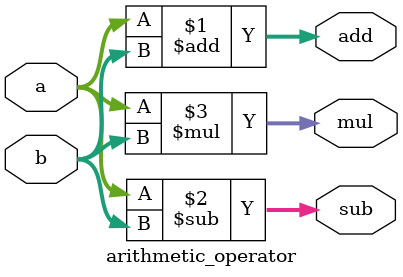
<source format=v>
module arithmetic_operator(
    input [3:0] a,b,
    output [4:0] add, sub, mul
 );
    assign add = a + b;
    assign sub = a - b;
    assign mul = a * b;
    endmodule



/*OUTPUT
meenakshi@meenakshi-Inspiron-3501:~/verilog/arithmetic_operator$ vvp arithmetic_operator.out
VCD info: dumpfile arithmetic_operator.vcd opened for output.
$time=0,a=0101,b=0011,add=01000,sub=00010,mul=01111
a=0101 b=0011
add = 01000
sub= 00010
mul= 01111
arithmetic_operator_tb.v:22: $finish called at 10 (1s)
*/

</source>
